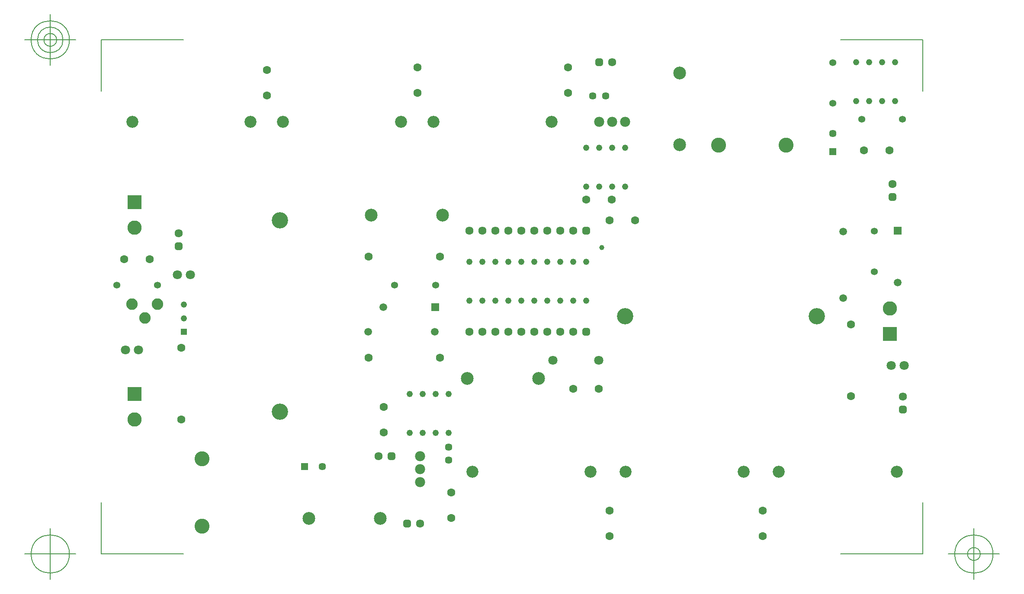
<source format=gbr>
G04 Generated by Ultiboard 13.0 *
%FSLAX25Y25*%
%MOIN*%

%ADD10C,0.00001*%
%ADD11C,0.00500*%
%ADD12C,0.09200*%
%ADD13C,0.05709*%
%ADD14C,0.07834*%
%ADD15C,0.04900*%
%ADD16C,0.09843*%
%ADD17C,0.11024*%
%ADD18R,0.11024X0.11024*%
%ADD19R,0.05709X0.05709*%
%ADD20C,0.11574*%
%ADD21R,0.02083X0.02083*%
%ADD22C,0.03917*%
%ADD23C,0.06334*%
%ADD24C,0.05906*%
%ADD25R,0.05906X0.05906*%
%ADD26C,0.12598*%
%ADD27C,0.06299*%
%ADD28C,0.07087*%
%ADD29C,0.05354*%
%ADD30C,0.03937*%
%ADD31C,0.08858*%
%ADD32R,0.04900X0.04900*%


G04 ColorRGB 9900CC for the following layer *
%LNSolder Mask Bottom*%
%LPD*%
G54D10*
G54D11*
X-1500Y-1500D02*
X-1500Y38170D01*
X-1500Y-1500D02*
X61792Y-1500D01*
X631421Y-1500D02*
X568129Y-1500D01*
X631421Y-1500D02*
X631421Y38170D01*
X631421Y395201D02*
X631421Y355531D01*
X631421Y395201D02*
X568129Y395201D01*
X-1500Y395201D02*
X61792Y395201D01*
X-1500Y395201D02*
X-1500Y355531D01*
X-21185Y-1500D02*
X-60555Y-1500D01*
X-40870Y-21185D02*
X-40870Y18185D01*
X-55634Y-1500D02*
G75*
D01*
G02X-55634Y-1500I14764J0*
G01*
X651106Y-1500D02*
X690476Y-1500D01*
X670791Y-21185D02*
X670791Y18185D01*
X656028Y-1500D02*
G75*
D01*
G02X656028Y-1500I14763J0*
G01*
X665870Y-1500D02*
G75*
D01*
G02X665870Y-1500I4921J0*
G01*
X-21185Y395201D02*
X-60555Y395201D01*
X-40870Y375516D02*
X-40870Y414886D01*
X-55634Y395201D02*
G75*
D01*
G02X-55634Y395201I14764J0*
G01*
X-50713Y395201D02*
G75*
D01*
G02X-50713Y395201I9843J0*
G01*
X-45791Y395201D02*
G75*
D01*
G02X-45791Y395201I4921J0*
G01*
G54D12*
X254500Y332000D03*
X345500Y332000D03*
X22500Y332000D03*
X113500Y332000D03*
X138500Y332000D03*
X229500Y332000D03*
X611500Y62000D03*
X520500Y62000D03*
X493500Y62000D03*
X402500Y62000D03*
X375500Y62000D03*
X284500Y62000D03*
G54D13*
X377079Y352000D03*
X386921Y352000D03*
X562000Y322890D03*
X168890Y66000D03*
X266000Y80921D03*
X266000Y71079D03*
G54D14*
X382000Y332000D03*
X402000Y332000D03*
X392000Y332000D03*
X244000Y74000D03*
X244000Y54000D03*
X244000Y64000D03*
G54D15*
X372000Y312000D03*
X382000Y282000D03*
X402000Y282000D03*
X392000Y282000D03*
X402000Y312000D03*
X382000Y312000D03*
X392000Y312000D03*
X372000Y282000D03*
X266000Y92000D03*
X256000Y122000D03*
X236000Y122000D03*
X246000Y122000D03*
X236000Y92000D03*
X256000Y92000D03*
X246000Y92000D03*
X266000Y122000D03*
X62000Y180433D03*
X62000Y190866D03*
X372000Y194000D03*
X362000Y224000D03*
X342000Y224000D03*
X352000Y224000D03*
X332000Y224000D03*
X312000Y224000D03*
X322000Y224000D03*
X302000Y224000D03*
X292000Y224000D03*
X282000Y224000D03*
X312000Y194000D03*
X342000Y194000D03*
X362000Y194000D03*
X352000Y194000D03*
X332000Y194000D03*
X322000Y194000D03*
X302000Y194000D03*
X292000Y194000D03*
X282000Y194000D03*
X372000Y224000D03*
X610000Y348000D03*
X600000Y378000D03*
X580000Y378000D03*
X590000Y378000D03*
X580000Y348000D03*
X600000Y348000D03*
X590000Y348000D03*
X610000Y378000D03*
G54D16*
X261559Y260000D03*
X206441Y260000D03*
X444000Y369559D03*
X444000Y314441D03*
X213559Y26000D03*
X158441Y26000D03*
X280441Y134000D03*
X335559Y134000D03*
G54D17*
X24000Y250157D03*
X24000Y102157D03*
X606000Y187843D03*
G54D18*
X24000Y269843D03*
X24000Y121843D03*
X606000Y168157D03*
G54D19*
X562000Y309110D03*
X155110Y66000D03*
G54D20*
X474000Y314000D03*
X526000Y314000D03*
X76000Y20000D03*
X76000Y72000D03*
G54D21*
X382000Y378000D03*
X58000Y236000D03*
X234000Y22000D03*
X608000Y274000D03*
X222000Y74000D03*
X372000Y170000D03*
X372000Y248000D03*
X616000Y110000D03*
G54D22*
X380959Y376959D02*
X383041Y376959D01*
X383041Y379041D01*
X380959Y379041D01*
X380959Y376959D01*D02*
X56959Y234959D02*
X59041Y234959D01*
X59041Y237041D01*
X56959Y237041D01*
X56959Y234959D01*D02*
X232959Y20959D02*
X235041Y20959D01*
X235041Y23041D01*
X232959Y23041D01*
X232959Y20959D01*D02*
X606959Y272959D02*
X609041Y272959D01*
X609041Y275041D01*
X606959Y275041D01*
X606959Y272959D01*D02*
X220959Y72959D02*
X223041Y72959D01*
X223041Y75041D01*
X220959Y75041D01*
X220959Y72959D01*D02*
X370959Y168959D02*
X373041Y168959D01*
X373041Y171041D01*
X370959Y171041D01*
X370959Y168959D01*D02*
X370959Y246959D02*
X373041Y246959D01*
X373041Y249041D01*
X370959Y249041D01*
X370959Y246959D01*D02*
X614959Y108959D02*
X617041Y108959D01*
X617041Y111041D01*
X614959Y111041D01*
X614959Y108959D01*D02*
G54D23*
X392000Y378000D03*
X58000Y246000D03*
X244000Y22000D03*
X608000Y284000D03*
X212000Y74000D03*
X342000Y170000D03*
X352000Y170000D03*
X362000Y170000D03*
X322000Y170000D03*
X332000Y170000D03*
X312000Y170000D03*
X292000Y170000D03*
X302000Y170000D03*
X282000Y170000D03*
X342000Y248000D03*
X352000Y248000D03*
X362000Y248000D03*
X322000Y248000D03*
X332000Y248000D03*
X312000Y248000D03*
X292000Y248000D03*
X302000Y248000D03*
X282000Y248000D03*
X616000Y120000D03*
G54D24*
X570000Y247181D03*
X570000Y196000D03*
X612000Y208000D03*
X255348Y169965D03*
X204167Y169965D03*
X215865Y188838D03*
G54D25*
X612000Y248000D03*
X255865Y188838D03*
G54D26*
X402181Y182000D03*
X549819Y182000D03*
X136000Y255819D03*
X136000Y108181D03*
G54D27*
X16157Y226000D03*
X35843Y226000D03*
X204441Y228000D03*
X259559Y228000D03*
X60000Y102441D03*
X60000Y157559D03*
X508000Y12157D03*
X508000Y31843D03*
X390000Y12157D03*
X390000Y31843D03*
X362157Y126000D03*
X381843Y126000D03*
X268000Y26157D03*
X268000Y45843D03*
X576000Y120441D03*
X576000Y175559D03*
X259559Y150000D03*
X204441Y150000D03*
X216000Y111843D03*
X216000Y92157D03*
X409843Y256000D03*
X390157Y256000D03*
X391843Y272000D03*
X372157Y272000D03*
X358000Y373843D03*
X358000Y354157D03*
X242000Y373843D03*
X242000Y354157D03*
X126000Y371843D03*
X126000Y352157D03*
X605843Y310000D03*
X586157Y310000D03*
G54D28*
X57000Y214000D03*
X67000Y214000D03*
X346283Y148000D03*
X381717Y148000D03*
X607000Y144000D03*
X617000Y144000D03*
X27000Y156000D03*
X17000Y156000D03*
G54D29*
X10252Y206000D03*
X41748Y206000D03*
X224419Y205965D03*
X255915Y205965D03*
X562000Y346252D03*
X562000Y377748D03*
X594000Y216252D03*
X594000Y247748D03*
X615748Y334000D03*
X584252Y334000D03*
G54D30*
X384000Y235000D03*
G54D31*
X41843Y191315D03*
X22157Y191315D03*
X32000Y180685D03*
G54D32*
X62000Y170000D03*

M02*

</source>
